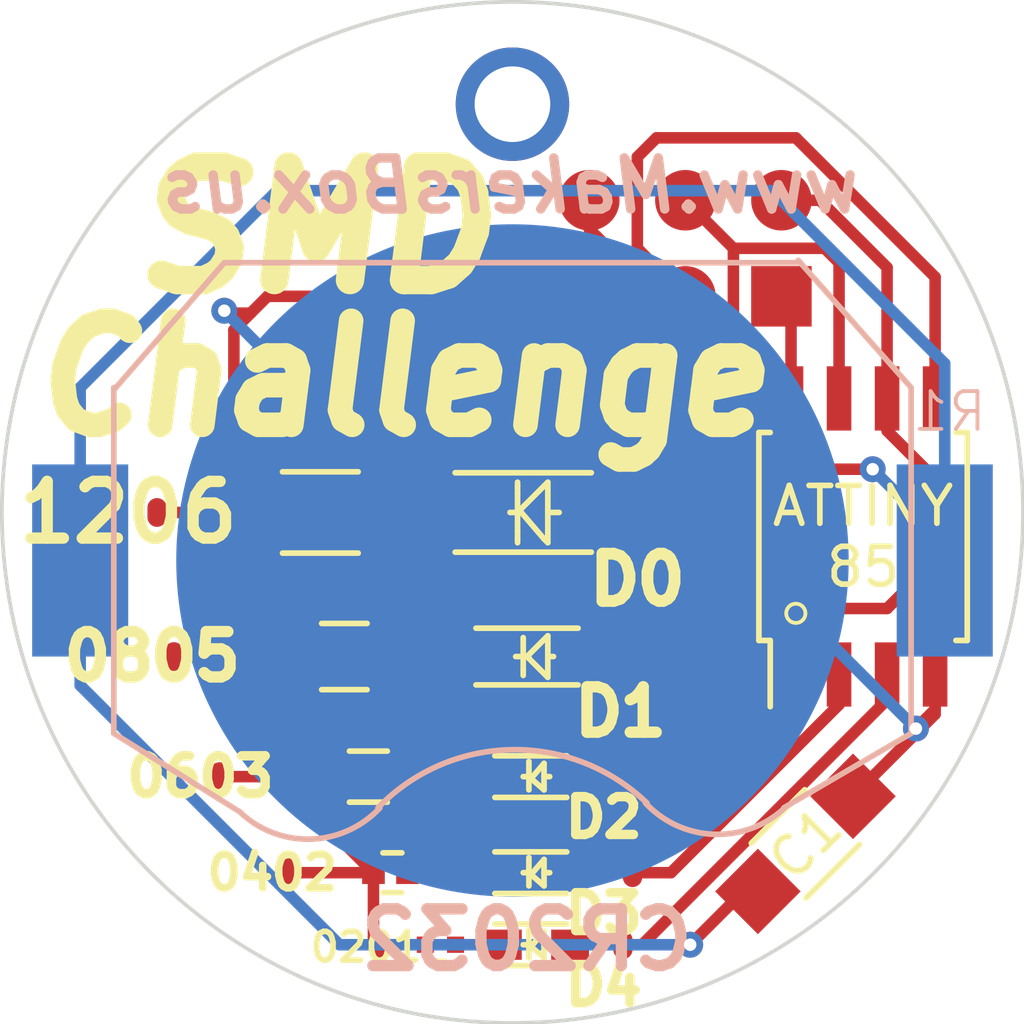
<source format=kicad_pcb>
(kicad_pcb (version 4) (host pcbnew 4.0.4-stable)

  (general
    (links 36)
    (no_connects 0)
    (area 194.094714 78.524714 221.195286 105.625286)
    (thickness 1.6)
    (drawings 18)
    (tracks 115)
    (zones 0)
    (modules 25)
    (nets 14)
  )

  (page USLetter)
  (layers
    (0 F.Cu signal)
    (31 B.Cu signal)
    (34 B.Paste user)
    (35 F.Paste user)
    (36 B.SilkS user hide)
    (37 F.SilkS user hide)
    (38 B.Mask user)
    (39 F.Mask user)
    (40 Dwgs.User user hide)
    (44 Edge.Cuts user)
  )

  (setup
    (last_trace_width 0.3048)
    (user_trace_width 0.254)
    (user_trace_width 0.3048)
    (user_trace_width 0.4064)
    (user_trace_width 0.6096)
    (user_trace_width 2.032)
    (trace_clearance 0.1524)
    (zone_clearance 0.508)
    (zone_45_only no)
    (trace_min 0.1524)
    (segment_width 0.254)
    (edge_width 0.1)
    (via_size 0.6858)
    (via_drill 0.3302)
    (via_min_size 0.6858)
    (via_min_drill 0.3302)
    (user_via 1 0.5)
    (uvia_size 0.762)
    (uvia_drill 0.508)
    (uvias_allowed no)
    (uvia_min_size 0.508)
    (uvia_min_drill 0.127)
    (pcb_text_width 0.3)
    (pcb_text_size 1.5 1.5)
    (mod_edge_width 0.15)
    (mod_text_size 1 1)
    (mod_text_width 0.15)
    (pad_size 3 3)
    (pad_drill 2)
    (pad_to_mask_clearance 0)
    (aux_axis_origin 0 0)
    (grid_origin 210.82 95.25)
    (visible_elements 7FFEFFFF)
    (pcbplotparams
      (layerselection 0x010f0_80000000)
      (usegerberextensions true)
      (excludeedgelayer true)
      (linewidth 0.100000)
      (plotframeref false)
      (viasonmask false)
      (mode 1)
      (useauxorigin false)
      (hpglpennumber 1)
      (hpglpenspeed 20)
      (hpglpendiameter 15)
      (hpglpenoverlay 2)
      (psnegative false)
      (psa4output false)
      (plotreference true)
      (plotvalue true)
      (plotinvisibletext false)
      (padsonsilk false)
      (subtractmaskfromsilk false)
      (outputformat 1)
      (mirror false)
      (drillshape 0)
      (scaleselection 1)
      (outputdirectory gerbers/))
  )

  (net 0 "")
  (net 1 GND)
  (net 2 +BATT)
  (net 3 "Net-(CON1-Pad1)")
  (net 4 "Net-(CON1-Pad3)")
  (net 5 "Net-(CON1-Pad4)")
  (net 6 "Net-(CON1-Pad5)")
  (net 7 "Net-(D1-Pad1)")
  (net 8 "Net-(D2-Pad1)")
  (net 9 "Net-(D3-Pad1)")
  (net 10 "Net-(D0-Pad1)")
  (net 11 "Net-(D3-Pad2)")
  (net 12 "Net-(D4-Pad2)")
  (net 13 "Net-(D4-Pad1)")

  (net_class Default "This is the default net class."
    (clearance 0.1524)
    (trace_width 0.1524)
    (via_dia 0.6858)
    (via_drill 0.3302)
    (uvia_dia 0.762)
    (uvia_drill 0.508)
    (add_net +BATT)
    (add_net GND)
    (add_net "Net-(CON1-Pad1)")
    (add_net "Net-(CON1-Pad3)")
    (add_net "Net-(CON1-Pad4)")
    (add_net "Net-(CON1-Pad5)")
    (add_net "Net-(D0-Pad1)")
    (add_net "Net-(D1-Pad1)")
    (add_net "Net-(D2-Pad1)")
    (add_net "Net-(D3-Pad1)")
    (add_net "Net-(D3-Pad2)")
    (add_net "Net-(D4-Pad1)")
    (add_net "Net-(D4-Pad2)")
  )

  (module footprints:BATT_CR2032_SMD (layer B.Cu) (tedit 56CFB5D2) (tstamp 5A2CB063)
    (at 207.645 93.345 180)
    (tags battery)
    (path /56CFA61E)
    (fp_text reference BT1 (at 0 -5.08 180) (layer B.SilkS) hide
      (effects (font (size 1.72974 1.08712) (thickness 0.27178)) (justify mirror))
    )
    (fp_text value Battery (at 0 2.54 180) (layer B.SilkS) hide
      (effects (font (size 1.524 1.016) (thickness 0.254)) (justify mirror))
    )
    (fp_line (start -7.1755 -6.5405) (end -10.541 -4.572) (layer B.SilkS) (width 0.15))
    (fp_line (start 7.1755 -6.6675) (end 10.541 -4.572) (layer B.SilkS) (width 0.15))
    (fp_arc (start -5.4229 -4.6355) (end -3.5179 -6.4135) (angle -90) (layer B.SilkS) (width 0.15))
    (fp_arc (start 5.4102 -4.7625) (end 7.1882 -6.6675) (angle -90) (layer B.SilkS) (width 0.15))
    (fp_arc (start -0.0635 -10.033) (end -3.556 -6.4135) (angle -90) (layer B.SilkS) (width 0.15))
    (fp_line (start 7.62 7.874) (end 10.541 4.5085) (layer B.SilkS) (width 0.15))
    (fp_line (start -10.541 4.572) (end -7.5565 7.9375) (layer B.SilkS) (width 0.15))
    (fp_line (start -7.62 7.874) (end 7.62 7.874) (layer B.SilkS) (width 0.15))
    (fp_line (start -10.541 -4.572) (end -10.541 4.572) (layer B.SilkS) (width 0.15))
    (fp_line (start 10.541 -4.572) (end 10.541 4.572) (layer B.SilkS) (width 0.15))
    (fp_circle (center 0 0) (end -10.16 0) (layer Dwgs.User) (width 0.15))
    (pad 2 smd circle (at 0 0 180) (size 17.78 17.78) (layers B.Cu B.Paste B.Mask)
      (net 1 GND))
    (pad 1 smd rect (at -11.43 0 180) (size 2.54 5.08) (layers B.Cu B.Paste B.Mask)
      (net 2 +BATT))
    (pad 1 smd rect (at 11.43 0 180) (size 2.54 5.08) (layers B.Cu B.Paste B.Mask)
      (net 2 +BATT))
  )

  (module footprints:C_1206_HandSoldering (layer F.Cu) (tedit 5902BDF4) (tstamp 5A2CB074)
    (at 215.392 100.838 225)
    (descr "Capacitor SMD 1206, hand soldering")
    (tags "capacitor 1206")
    (path /553FDF53)
    (attr smd)
    (fp_text reference C1 (at 0 0 225) (layer F.SilkS)
      (effects (font (size 1 1) (thickness 0.15)))
    )
    (fp_text value "0.1 uF" (at 0 2.3 225) (layer F.Fab)
      (effects (font (size 1 1) (thickness 0.15)))
    )
    (fp_line (start -3.3 -1.15) (end 3.3 -1.15) (layer F.CrtYd) (width 0.05))
    (fp_line (start -3.3 1.15) (end 3.3 1.15) (layer F.CrtYd) (width 0.05))
    (fp_line (start -3.3 -1.15) (end -3.3 1.15) (layer F.CrtYd) (width 0.05))
    (fp_line (start 3.3 -1.15) (end 3.3 1.15) (layer F.CrtYd) (width 0.05))
    (fp_line (start 1 -1.025) (end -1 -1.025) (layer F.SilkS) (width 0.15))
    (fp_line (start -1 1.025) (end 1 1.025) (layer F.SilkS) (width 0.15))
    (pad 1 smd rect (at -1.778 0 225) (size 1.6 1.6) (layers F.Cu F.Paste F.Mask)
      (net 1 GND))
    (pad 2 smd rect (at 1.778 0 225) (size 1.6 1.6) (layers F.Cu F.Paste F.Mask)
      (net 2 +BATT))
    (model Capacitors_SMD.3dshapes/C_1206_HandSoldering.wrl
      (at (xyz 0 0 0))
      (scale (xyz 1 1 1))
      (rotate (xyz 0 0 0))
    )
  )

  (module footprints:AVR-ISP-6 (layer F.Cu) (tedit 5860A6AE) (tstamp 5A2CB07F)
    (at 214.757 83.82 270)
    (descr "6-lead dip package, row spacing 7.62 mm (300 mils)")
    (tags "dil dip 2.54 300")
    (path /58609061)
    (fp_text reference CON1 (at 0 -2.54 270) (layer F.SilkS) hide
      (effects (font (size 1 1) (thickness 0.15)))
    )
    (fp_text value AVR-ISP-6 (at 0 -3.72 270) (layer F.Fab) hide
      (effects (font (size 1 1) (thickness 0.15)))
    )
    (pad 1 smd oval (at 0 0 270) (size 1.6 1.6) (layers F.Cu F.Paste F.Mask)
      (net 3 "Net-(CON1-Pad1)"))
    (pad 2 smd rect (at 2.54 0 270) (size 1.6 1.6) (layers F.Cu F.Paste F.Mask)
      (net 2 +BATT))
    (pad 3 smd oval (at 0 2.54 270) (size 1.6 1.6) (layers F.Cu F.Paste F.Mask)
      (net 4 "Net-(CON1-Pad3)"))
    (pad 4 smd oval (at 2.54 2.54 270) (size 1.6 1.6) (layers F.Cu F.Paste F.Mask)
      (net 5 "Net-(CON1-Pad4)"))
    (pad 5 smd oval (at 0 5.08 270) (size 1.6 1.6) (layers F.Cu F.Paste F.Mask)
      (net 6 "Net-(CON1-Pad5)"))
    (pad 6 smd oval (at 2.54 5.08 270) (size 1.6 1.6) (layers F.Cu F.Paste F.Mask)
      (net 1 GND))
  )

  (module footprints:LED-1206 (layer F.Cu) (tedit 5902C0FC) (tstamp 5A2CB088)
    (at 208.28 92.075)
    (descr "LED 1206 smd package")
    (tags "LED1206 SMD")
    (path /58C49927)
    (attr smd)
    (fp_text reference D0 (at 2.667 1.778) (layer F.SilkS)
      (effects (font (size 1.25 1.25) (thickness 0.3125)))
    )
    (fp_text value LED (at 0 2) (layer F.Fab)
      (effects (font (size 1 1) (thickness 0.15)))
    )
    (fp_line (start -0.5 0.7) (end -0.5 0.8) (layer F.SilkS) (width 0.15))
    (fp_line (start -0.5 -0.7) (end -0.5 -0.8) (layer F.SilkS) (width 0.15))
    (fp_line (start 0.3 0) (end 0.6 0) (layer F.SilkS) (width 0.15))
    (fp_line (start 0.3 0.8) (end 0.3 -0.7) (layer F.SilkS) (width 0.15))
    (fp_line (start 0.3 -0.7) (end 0.3 -0.8) (layer F.SilkS) (width 0.15))
    (fp_line (start 0.2 0.7) (end 0.3 0.8) (layer F.SilkS) (width 0.15))
    (fp_line (start 0.2 -0.7) (end 0.3 -0.8) (layer F.SilkS) (width 0.15))
    (fp_line (start -0.7 0) (end -0.5 0) (layer F.SilkS) (width 0.15))
    (fp_line (start -0.5 0.5) (end -0.5 0.7) (layer F.SilkS) (width 0.15))
    (fp_line (start -0.5 -0.5) (end -0.5 -0.7) (layer F.SilkS) (width 0.15))
    (fp_line (start -0.4 0) (end 0.2 0.7) (layer F.SilkS) (width 0.15))
    (fp_line (start 0.2 -0.7) (end -0.4 -0.1) (layer F.SilkS) (width 0.15))
    (fp_line (start -2.15 1.05) (end 1.45 1.05) (layer F.SilkS) (width 0.15))
    (fp_line (start -2.15 -1.05) (end 1.45 -1.05) (layer F.SilkS) (width 0.15))
    (fp_line (start -0.5 -0.5) (end -0.5 0.5) (layer F.SilkS) (width 0.15))
    (fp_line (start 2.5 -1.25) (end -2.5 -1.25) (layer F.CrtYd) (width 0.05))
    (fp_line (start -2.5 -1.25) (end -2.5 1.25) (layer F.CrtYd) (width 0.05))
    (fp_line (start -2.5 1.25) (end 2.5 1.25) (layer F.CrtYd) (width 0.05))
    (fp_line (start 2.5 1.25) (end 2.5 -1.25) (layer F.CrtYd) (width 0.05))
    (pad 2 smd rect (at 1.524 0 180) (size 1.7 1.80086) (layers F.Cu F.Paste F.Mask)
      (net 5 "Net-(CON1-Pad4)"))
    (pad 1 smd rect (at -1.651 0 180) (size 1.7 1.80086) (layers F.Cu F.Paste F.Mask)
      (net 10 "Net-(D0-Pad1)"))
    (model LEDs.3dshapes/LED_1206.wrl
      (at (xyz 0 0 0))
      (scale (xyz 1 1 1))
      (rotate (xyz 0 0 0))
    )
  )

  (module footprints:LED-0805 (layer F.Cu) (tedit 5902C116) (tstamp 5A2CB0A0)
    (at 208.28 95.885)
    (descr "LED 0805 smd package")
    (tags "LED 0805 SMD")
    (path /58D338E3)
    (attr smd)
    (fp_text reference D1 (at 2.2225 1.4605) (layer F.SilkS)
      (effects (font (size 1.2 1.2) (thickness 0.3)))
    )
    (fp_text value LED (at 0 1.75) (layer F.Fab)
      (effects (font (size 1 1) (thickness 0.15)))
    )
    (fp_line (start 0.3 0) (end 0.45 0) (layer F.SilkS) (width 0.15))
    (fp_line (start -0.55 0) (end -0.2 0) (layer F.SilkS) (width 0.15))
    (fp_line (start -0.25 0) (end 0.3 -0.55) (layer F.SilkS) (width 0.15))
    (fp_line (start 0.3 -0.55) (end 0.3 0.55) (layer F.SilkS) (width 0.15))
    (fp_line (start 0.3 0.55) (end -0.25 0) (layer F.SilkS) (width 0.15))
    (fp_line (start -0.35 -0.35) (end -0.35 -0.5) (layer F.SilkS) (width 0.15))
    (fp_line (start -0.35 0.35) (end -0.35 0.5) (layer F.SilkS) (width 0.15))
    (fp_line (start -1.6 0.75) (end 1.1 0.75) (layer F.SilkS) (width 0.15))
    (fp_line (start -1.6 -0.75) (end 1.1 -0.75) (layer F.SilkS) (width 0.15))
    (fp_line (start -0.35 -0.35) (end -0.35 0.35) (layer F.SilkS) (width 0.15))
    (fp_line (start 1.9 -0.95) (end 1.9 0.95) (layer F.CrtYd) (width 0.05))
    (fp_line (start 1.9 0.95) (end -1.9 0.95) (layer F.CrtYd) (width 0.05))
    (fp_line (start -1.9 0.95) (end -1.9 -0.95) (layer F.CrtYd) (width 0.05))
    (fp_line (start -1.9 -0.95) (end 1.9 -0.95) (layer F.CrtYd) (width 0.05))
    (pad 2 smd rect (at 1.143 0 180) (size 1.3 1.19888) (layers F.Cu F.Paste F.Mask)
      (net 3 "Net-(CON1-Pad1)"))
    (pad 1 smd rect (at -1.27 0 180) (size 1.3 1.19888) (layers F.Cu F.Paste F.Mask)
      (net 7 "Net-(D1-Pad1)"))
    (model LEDs.3dshapes/LED-0805.wrl
      (at (xyz 0 0 0))
      (scale (xyz 1 1 1))
      (rotate (xyz 0 0 0))
    )
    (model LEDs.3dshapes/LED_0805.wrl
      (at (xyz 0 0 0))
      (scale (xyz 1 1 1))
      (rotate (xyz 0 0 0))
    )
  )

  (module footprints:LED-0603 (layer F.Cu) (tedit 5902C124) (tstamp 5A2CB0B3)
    (at 208.28 99.06)
    (descr "LED 0603 smd package")
    (tags "LED led 0603 SMD smd SMT smt smdled SMDLED smtled SMTLED")
    (path /58D33940)
    (attr smd)
    (fp_text reference D2 (at 1.778 1.0795) (layer F.SilkS)
      (effects (font (size 1 1) (thickness 0.25)))
    )
    (fp_text value LED (at 0 1.5) (layer F.Fab)
      (effects (font (size 1 1) (thickness 0.15)))
    )
    (fp_line (start 0.2 0) (end 0.35 0) (layer F.SilkS) (width 0.15))
    (fp_line (start -0.35 0) (end -0.15 0) (layer F.SilkS) (width 0.15))
    (fp_line (start -0.1 0) (end 0.2 -0.35) (layer F.SilkS) (width 0.15))
    (fp_line (start 0.2 -0.35) (end 0.2 0.35) (layer F.SilkS) (width 0.15))
    (fp_line (start 0.2 0.35) (end -0.2 0) (layer F.SilkS) (width 0.15))
    (fp_line (start -0.2 0) (end -0.15 0) (layer F.SilkS) (width 0.15))
    (fp_line (start -0.2 -0.4) (end -0.2 0.35) (layer F.SilkS) (width 0.15))
    (fp_line (start -1.1 0.55) (end 0.8 0.55) (layer F.SilkS) (width 0.15))
    (fp_line (start -1.1 -0.55) (end 0.8 -0.55) (layer F.SilkS) (width 0.15))
    (fp_line (start 1.4 -0.75) (end 1.4 0.75) (layer F.CrtYd) (width 0.05))
    (fp_line (start 1.4 0.75) (end -1.4 0.75) (layer F.CrtYd) (width 0.05))
    (fp_line (start -1.4 0.75) (end -1.4 -0.75) (layer F.CrtYd) (width 0.05))
    (fp_line (start -1.4 -0.75) (end 1.4 -0.75) (layer F.CrtYd) (width 0.05))
    (pad 2 smd rect (at 0.889 0 180) (size 1 0.79756) (layers F.Cu F.Paste F.Mask)
      (net 4 "Net-(CON1-Pad3)"))
    (pad 1 smd rect (at -0.889 0 180) (size 1 0.79756) (layers F.Cu F.Paste F.Mask)
      (net 8 "Net-(D2-Pad1)"))
    (model LEDs.3dshapes/LED_0603.wrl
      (at (xyz 0 0 0))
      (scale (xyz 1 1 1))
      (rotate (xyz 0 0 0))
    )
  )

  (module footprints:LED-0603 (layer F.Cu) (tedit 5902C124) (tstamp 5A2CB0C5)
    (at 208.28 101.6)
    (descr "LED 0603 smd package")
    (tags "LED led 0603 SMD smd SMT smt smdled SMDLED smtled SMTLED")
    (path /58D34030)
    (attr smd)
    (fp_text reference D3 (at 1.778 1.0795) (layer F.SilkS)
      (effects (font (size 1 1) (thickness 0.25)))
    )
    (fp_text value LED (at 0 1.5) (layer F.Fab)
      (effects (font (size 1 1) (thickness 0.15)))
    )
    (fp_line (start 0.2 0) (end 0.35 0) (layer F.SilkS) (width 0.15))
    (fp_line (start -0.35 0) (end -0.15 0) (layer F.SilkS) (width 0.15))
    (fp_line (start -0.1 0) (end 0.2 -0.35) (layer F.SilkS) (width 0.15))
    (fp_line (start 0.2 -0.35) (end 0.2 0.35) (layer F.SilkS) (width 0.15))
    (fp_line (start 0.2 0.35) (end -0.2 0) (layer F.SilkS) (width 0.15))
    (fp_line (start -0.2 0) (end -0.15 0) (layer F.SilkS) (width 0.15))
    (fp_line (start -0.2 -0.4) (end -0.2 0.35) (layer F.SilkS) (width 0.15))
    (fp_line (start -1.1 0.55) (end 0.8 0.55) (layer F.SilkS) (width 0.15))
    (fp_line (start -1.1 -0.55) (end 0.8 -0.55) (layer F.SilkS) (width 0.15))
    (fp_line (start 1.4 -0.75) (end 1.4 0.75) (layer F.CrtYd) (width 0.05))
    (fp_line (start 1.4 0.75) (end -1.4 0.75) (layer F.CrtYd) (width 0.05))
    (fp_line (start -1.4 0.75) (end -1.4 -0.75) (layer F.CrtYd) (width 0.05))
    (fp_line (start -1.4 -0.75) (end 1.4 -0.75) (layer F.CrtYd) (width 0.05))
    (pad 2 smd rect (at 0.889 0 180) (size 1 0.79756) (layers F.Cu F.Paste F.Mask)
      (net 11 "Net-(D3-Pad2)"))
    (pad 1 smd rect (at -0.889 0 180) (size 1 0.79756) (layers F.Cu F.Paste F.Mask)
      (net 9 "Net-(D3-Pad1)"))
    (model LEDs.3dshapes/LED_0603.wrl
      (at (xyz 0 0 0))
      (scale (xyz 1 1 1))
      (rotate (xyz 0 0 0))
    )
  )

  (module footprints:LED-0603 (layer F.Cu) (tedit 5902C124) (tstamp 5A2CB0D7)
    (at 208.28 103.505)
    (descr "LED 0603 smd package")
    (tags "LED led 0603 SMD smd SMT smt smdled SMDLED smtled SMTLED")
    (path /58DDCAFF)
    (attr smd)
    (fp_text reference D4 (at 1.778 1.0795) (layer F.SilkS)
      (effects (font (size 1 1) (thickness 0.25)))
    )
    (fp_text value LED (at 0 1.5) (layer F.Fab)
      (effects (font (size 1 1) (thickness 0.15)))
    )
    (fp_line (start 0.2 0) (end 0.35 0) (layer F.SilkS) (width 0.15))
    (fp_line (start -0.35 0) (end -0.15 0) (layer F.SilkS) (width 0.15))
    (fp_line (start -0.1 0) (end 0.2 -0.35) (layer F.SilkS) (width 0.15))
    (fp_line (start 0.2 -0.35) (end 0.2 0.35) (layer F.SilkS) (width 0.15))
    (fp_line (start 0.2 0.35) (end -0.2 0) (layer F.SilkS) (width 0.15))
    (fp_line (start -0.2 0) (end -0.15 0) (layer F.SilkS) (width 0.15))
    (fp_line (start -0.2 -0.4) (end -0.2 0.35) (layer F.SilkS) (width 0.15))
    (fp_line (start -1.1 0.55) (end 0.8 0.55) (layer F.SilkS) (width 0.15))
    (fp_line (start -1.1 -0.55) (end 0.8 -0.55) (layer F.SilkS) (width 0.15))
    (fp_line (start 1.4 -0.75) (end 1.4 0.75) (layer F.CrtYd) (width 0.05))
    (fp_line (start 1.4 0.75) (end -1.4 0.75) (layer F.CrtYd) (width 0.05))
    (fp_line (start -1.4 0.75) (end -1.4 -0.75) (layer F.CrtYd) (width 0.05))
    (fp_line (start -1.4 -0.75) (end 1.4 -0.75) (layer F.CrtYd) (width 0.05))
    (pad 2 smd rect (at 0.889 0 180) (size 1 0.79756) (layers F.Cu F.Paste F.Mask)
      (net 12 "Net-(D4-Pad2)"))
    (pad 1 smd rect (at -0.889 0 180) (size 1 0.79756) (layers F.Cu F.Paste F.Mask)
      (net 13 "Net-(D4-Pad1)"))
    (model LEDs.3dshapes/LED_0603.wrl
      (at (xyz 0 0 0))
      (scale (xyz 1 1 1))
      (rotate (xyz 0 0 0))
    )
  )

  (module footprints:SOIJ-8_5.3x5.3mm_Pitch1.27mm (layer F.Cu) (tedit 5902B706) (tstamp 5A2CB0E9)
    (at 216.916 92.71 90)
    (descr "8-Lead Plastic Small Outline (SM) - Medium, 5.28 mm Body [SOIC] (see Microchip Packaging Specification 00000049BS.pdf)")
    (tags "SOIC 1.27")
    (path /58C478D3)
    (attr smd)
    (fp_text reference IC1 (at -1.27 2.159 90) (layer F.SilkS) hide
      (effects (font (size 1 1) (thickness 0.15)))
    )
    (fp_text value IC1 (at 0 3.68 90) (layer F.Fab)
      (effects (font (size 1 1) (thickness 0.15)))
    )
    (fp_circle (center -2.032 -1.778) (end -2.286 -1.778) (layer F.SilkS) (width 0.1))
    (fp_line (start -4.75 -2.95) (end -4.75 2.95) (layer F.CrtYd) (width 0.05))
    (fp_line (start 4.75 -2.95) (end 4.75 2.95) (layer F.CrtYd) (width 0.05))
    (fp_line (start -4.75 -2.95) (end 4.75 -2.95) (layer F.CrtYd) (width 0.05))
    (fp_line (start -4.75 2.95) (end 4.75 2.95) (layer F.CrtYd) (width 0.05))
    (fp_line (start -2.75 -2.755) (end -2.75 -2.455) (layer F.SilkS) (width 0.15))
    (fp_line (start 2.75 -2.755) (end 2.75 -2.455) (layer F.SilkS) (width 0.15))
    (fp_line (start 2.75 2.755) (end 2.75 2.455) (layer F.SilkS) (width 0.15))
    (fp_line (start -2.75 2.755) (end -2.75 2.455) (layer F.SilkS) (width 0.15))
    (fp_line (start -2.75 -2.755) (end 2.75 -2.755) (layer F.SilkS) (width 0.15))
    (fp_line (start -2.75 2.755) (end 2.75 2.755) (layer F.SilkS) (width 0.15))
    (fp_line (start -2.75 -2.455) (end -4.5 -2.455) (layer F.SilkS) (width 0.15))
    (pad 1 smd rect (at -3.65 -1.905 90) (size 1.7 0.65) (layers F.Cu F.Paste F.Mask)
      (net 6 "Net-(CON1-Pad5)"))
    (pad 2 smd rect (at -3.65 -0.635 90) (size 1.7 0.65) (layers F.Cu F.Paste F.Mask)
      (net 11 "Net-(D3-Pad2)"))
    (pad 3 smd rect (at -3.65 0.635 90) (size 1.7 0.65) (layers F.Cu F.Paste F.Mask)
      (net 12 "Net-(D4-Pad2)"))
    (pad 4 smd rect (at -3.65 1.905 90) (size 1.7 0.65) (layers F.Cu F.Paste F.Mask)
      (net 1 GND))
    (pad 5 smd rect (at 3.65 1.905 90) (size 1.7 0.65) (layers F.Cu F.Paste F.Mask)
      (net 5 "Net-(CON1-Pad4)"))
    (pad 6 smd rect (at 3.65 0.635 90) (size 1.7 0.65) (layers F.Cu F.Paste F.Mask)
      (net 3 "Net-(CON1-Pad1)"))
    (pad 7 smd rect (at 3.65 -0.635 90) (size 1.7 0.65) (layers F.Cu F.Paste F.Mask)
      (net 4 "Net-(CON1-Pad3)"))
    (pad 8 smd rect (at 3.65 -1.905 90) (size 1.7 0.65) (layers F.Cu F.Paste F.Mask)
      (net 2 +BATT))
    (model Housings_SOIC.3dshapes/SOIJ-8_5.3x5.3mm_Pitch1.27mm.wrl
      (at (xyz 0 0 0))
      (scale (xyz 1 1 1))
      (rotate (xyz 0 0 0))
    )
  )

  (module footprints:testPad (layer F.Cu) (tedit 5902BD57) (tstamp 5A2CB100)
    (at 212.09 92.075)
    (descr "module 1 pin (ou trou mecanique de percage)")
    (tags DEV)
    (path /5902B2A3)
    (fp_text reference P0 (at -0.0635 0) (layer F.SilkS) hide
      (effects (font (size 0.635 0.635) (thickness 0.127)))
    )
    (fp_text value CONN_01X01 (at 0 0) (layer F.Fab)
      (effects (font (size 0.127 0.127) (thickness 0.03175)))
    )
    (pad 1 smd oval (at 0 0) (size 0.508 0.762) (layers F.Cu F.Paste F.Mask)
      (net 5 "Net-(CON1-Pad4)"))
  )

  (module footprints:testPad (layer F.Cu) (tedit 5902BD57) (tstamp 5A2CB104)
    (at 211.582 95.885)
    (descr "module 1 pin (ou trou mecanique de percage)")
    (tags DEV)
    (path /5902B324)
    (fp_text reference P1 (at -0.0635 0) (layer F.SilkS) hide
      (effects (font (size 0.635 0.635) (thickness 0.127)))
    )
    (fp_text value CONN_01X01 (at 0 0) (layer F.Fab)
      (effects (font (size 0.127 0.127) (thickness 0.03175)))
    )
    (pad 1 smd oval (at 0 0) (size 0.508 0.762) (layers F.Cu F.Paste F.Mask)
      (net 3 "Net-(CON1-Pad1)"))
  )

  (module footprints:testPad (layer F.Cu) (tedit 5902BD57) (tstamp 5A2CB108)
    (at 211.201 99.06)
    (descr "module 1 pin (ou trou mecanique de percage)")
    (tags DEV)
    (path /5902B382)
    (fp_text reference P2 (at -0.0635 0) (layer F.SilkS) hide
      (effects (font (size 0.635 0.635) (thickness 0.127)))
    )
    (fp_text value CONN_01X01 (at 0 0) (layer F.Fab)
      (effects (font (size 0.127 0.127) (thickness 0.03175)))
    )
    (pad 1 smd oval (at 0 0) (size 0.508 0.762) (layers F.Cu F.Paste F.Mask)
      (net 4 "Net-(CON1-Pad3)"))
  )

  (module footprints:testPad (layer F.Cu) (tedit 5902BD57) (tstamp 5A2CB10C)
    (at 210.82 101.6)
    (descr "module 1 pin (ou trou mecanique de percage)")
    (tags DEV)
    (path /5902B3ED)
    (fp_text reference P3 (at -0.0635 0) (layer F.SilkS) hide
      (effects (font (size 0.635 0.635) (thickness 0.127)))
    )
    (fp_text value CONN_01X01 (at 0 0) (layer F.Fab)
      (effects (font (size 0.127 0.127) (thickness 0.03175)))
    )
    (pad 1 smd oval (at 0 0) (size 0.508 0.762) (layers F.Cu F.Paste F.Mask)
      (net 11 "Net-(D3-Pad2)"))
  )

  (module footprints:testPad (layer F.Cu) (tedit 5902BD57) (tstamp 5A2CB110)
    (at 210.566 103.505)
    (descr "module 1 pin (ou trou mecanique de percage)")
    (tags DEV)
    (path /5902B44F)
    (fp_text reference P4 (at -0.0635 0) (layer F.SilkS) hide
      (effects (font (size 0.635 0.635) (thickness 0.127)))
    )
    (fp_text value CONN_01X01 (at 0 0) (layer F.Fab)
      (effects (font (size 0.127 0.127) (thickness 0.03175)))
    )
    (pad 1 smd oval (at 0 0) (size 0.508 0.762) (layers F.Cu F.Paste F.Mask)
      (net 12 "Net-(D4-Pad2)"))
  )

  (module footprints:testPad (layer F.Cu) (tedit 5902BD57) (tstamp 5A2CB114)
    (at 198.247 92.075)
    (descr "module 1 pin (ou trou mecanique de percage)")
    (tags DEV)
    (path /5902AF42)
    (fp_text reference PG0 (at -0.0635 0) (layer F.SilkS) hide
      (effects (font (size 0.635 0.635) (thickness 0.127)))
    )
    (fp_text value CONN_01X01 (at 0 0) (layer F.Fab)
      (effects (font (size 0.127 0.127) (thickness 0.03175)))
    )
    (pad 1 smd oval (at 0 0) (size 0.508 0.762) (layers F.Cu F.Paste F.Mask)
      (net 1 GND))
  )

  (module footprints:testPad (layer F.Cu) (tedit 5902BD57) (tstamp 5A2CB118)
    (at 198.6915 95.885)
    (descr "module 1 pin (ou trou mecanique de percage)")
    (tags DEV)
    (path /5902AFA3)
    (fp_text reference PG1 (at -0.0635 0) (layer F.SilkS) hide
      (effects (font (size 0.635 0.635) (thickness 0.127)))
    )
    (fp_text value CONN_01X01 (at 0 0) (layer F.Fab)
      (effects (font (size 0.127 0.127) (thickness 0.03175)))
    )
    (pad 1 smd oval (at 0 0) (size 0.508 0.762) (layers F.Cu F.Paste F.Mask)
      (net 1 GND))
  )

  (module footprints:testPad (layer F.Cu) (tedit 5902BD57) (tstamp 5A2CB11C)
    (at 199.898 99.06)
    (descr "module 1 pin (ou trou mecanique de percage)")
    (tags DEV)
    (path /5902AFF0)
    (fp_text reference PG2 (at -0.0635 0) (layer F.SilkS) hide
      (effects (font (size 0.635 0.635) (thickness 0.127)))
    )
    (fp_text value CONN_01X01 (at 0 0) (layer F.Fab)
      (effects (font (size 0.127 0.127) (thickness 0.03175)))
    )
    (pad 1 smd oval (at 0 0) (size 0.508 0.762) (layers F.Cu F.Paste F.Mask)
      (net 1 GND))
  )

  (module footprints:testPad (layer F.Cu) (tedit 5902BD57) (tstamp 5A2CB120)
    (at 201.7395 101.6)
    (descr "module 1 pin (ou trou mecanique de percage)")
    (tags DEV)
    (path /5902B040)
    (fp_text reference PG3 (at -0.0635 0) (layer F.SilkS) hide
      (effects (font (size 0.635 0.635) (thickness 0.127)))
    )
    (fp_text value CONN_01X01 (at 0 0) (layer F.Fab)
      (effects (font (size 0.127 0.127) (thickness 0.03175)))
    )
    (pad 1 smd oval (at 0 0) (size 0.508 0.762) (layers F.Cu F.Paste F.Mask)
      (net 1 GND))
  )

  (module footprints:testPad (layer F.Cu) (tedit 5902BD57) (tstamp 5A2CB124)
    (at 204.1525 103.505)
    (descr "module 1 pin (ou trou mecanique de percage)")
    (tags DEV)
    (path /5902B093)
    (fp_text reference PG4 (at -0.0635 0) (layer F.SilkS) hide
      (effects (font (size 0.635 0.635) (thickness 0.127)))
    )
    (fp_text value CONN_01X01 (at 0 0) (layer F.Fab)
      (effects (font (size 0.127 0.127) (thickness 0.03175)))
    )
    (pad 1 smd oval (at 0 0) (size 0.508 0.762) (layers F.Cu F.Paste F.Mask)
      (net 1 GND))
  )

  (module footprints:R_1206 (layer F.Cu) (tedit 5902A5E4) (tstamp 5A2CB128)
    (at 202.565 92.075 180)
    (descr "Resistor SMD 1206, reflow soldering, Vishay (see dcrcw.pdf)")
    (tags "resistor 1206")
    (path /56CEB2B5)
    (attr smd)
    (fp_text reference R0 (at 0 0 180) (layer F.SilkS) hide
      (effects (font (size 1.25 1.25) (thickness 0.2)))
    )
    (fp_text value 330 (at 0 2.3 180) (layer F.Fab)
      (effects (font (size 1 1) (thickness 0.15)))
    )
    (fp_line (start -2.2 -1.2) (end 2.2 -1.2) (layer F.CrtYd) (width 0.05))
    (fp_line (start -2.2 1.2) (end 2.2 1.2) (layer F.CrtYd) (width 0.05))
    (fp_line (start -2.2 -1.2) (end -2.2 1.2) (layer F.CrtYd) (width 0.05))
    (fp_line (start 2.2 -1.2) (end 2.2 1.2) (layer F.CrtYd) (width 0.05))
    (fp_line (start 1 1.075) (end -1 1.075) (layer F.SilkS) (width 0.15))
    (fp_line (start -1 -1.075) (end 1 -1.075) (layer F.SilkS) (width 0.15))
    (pad 1 smd rect (at -1.778 0 180) (size 1.1 1.7) (layers F.Cu F.Paste F.Mask)
      (net 10 "Net-(D0-Pad1)"))
    (pad 2 smd rect (at 1.651 0 180) (size 1.1 1.7) (layers F.Cu F.Paste F.Mask)
      (net 1 GND))
    (model Resistors_SMD.3dshapes/R_1206.wrl
      (at (xyz 0 0 0))
      (scale (xyz 1 1 1))
      (rotate (xyz 0 0 0))
    )
  )

  (module footprints:R_0805 (layer F.Cu) (tedit 58DFDC5C) (tstamp 5A2CB133)
    (at 203.2 95.885 180)
    (descr "Resistor SMD 0805, reflow soldering, Vishay (see dcrcw.pdf)")
    (tags "resistor 0805")
    (path /58D3397B)
    (attr smd)
    (fp_text reference R1 (at 0 0 180) (layer F.SilkS) hide
      (effects (font (size 1 1) (thickness 0.15)))
    )
    (fp_text value 330 (at 0 2.1 180) (layer F.Fab)
      (effects (font (size 1 1) (thickness 0.15)))
    )
    (fp_line (start -1.6 -1) (end 1.6 -1) (layer F.CrtYd) (width 0.05))
    (fp_line (start -1.6 1) (end 1.6 1) (layer F.CrtYd) (width 0.05))
    (fp_line (start -1.6 -1) (end -1.6 1) (layer F.CrtYd) (width 0.05))
    (fp_line (start 1.6 -1) (end 1.6 1) (layer F.CrtYd) (width 0.05))
    (fp_line (start 0.6 0.875) (end -0.6 0.875) (layer F.SilkS) (width 0.15))
    (fp_line (start -0.6 -0.875) (end 0.6 -0.875) (layer F.SilkS) (width 0.15))
    (pad 1 smd rect (at -1.143 0 180) (size 0.9 1.3) (layers F.Cu F.Paste F.Mask)
      (net 7 "Net-(D1-Pad1)"))
    (pad 2 smd rect (at 1.143 0 180) (size 0.9 1.3) (layers F.Cu F.Paste F.Mask)
      (net 1 GND))
    (model Resistors_SMD.3dshapes/R_0805.wrl
      (at (xyz 0 0 0))
      (scale (xyz 1 1 1))
      (rotate (xyz 0 0 0))
    )
  )

  (module footprints:R_0603 (layer F.Cu) (tedit 5902A5F6) (tstamp 5A2CB13E)
    (at 203.835 99.06 180)
    (descr "Resistor SMD 0603, reflow soldering, Vishay (see dcrcw.pdf)")
    (tags "resistor 0603")
    (path /58D339BB)
    (attr smd)
    (fp_text reference R2 (at 0 0 180) (layer F.SilkS) hide
      (effects (font (size 1 1) (thickness 0.15)))
    )
    (fp_text value 330 (at 0 1.9 180) (layer F.Fab)
      (effects (font (size 1 1) (thickness 0.15)))
    )
    (fp_line (start -1.3 -0.8) (end 1.3 -0.8) (layer F.CrtYd) (width 0.05))
    (fp_line (start -1.3 0.8) (end 1.3 0.8) (layer F.CrtYd) (width 0.05))
    (fp_line (start -1.3 -0.8) (end -1.3 0.8) (layer F.CrtYd) (width 0.05))
    (fp_line (start 1.3 -0.8) (end 1.3 0.8) (layer F.CrtYd) (width 0.05))
    (fp_line (start 0.5 0.675) (end -0.5 0.675) (layer F.SilkS) (width 0.15))
    (fp_line (start -0.5 -0.675) (end 0.5 -0.675) (layer F.SilkS) (width 0.15))
    (pad 1 smd rect (at -0.889 0 180) (size 0.7 0.9) (layers F.Cu F.Paste F.Mask)
      (net 8 "Net-(D2-Pad1)"))
    (pad 2 smd rect (at 1.016 0 180) (size 0.7 0.9) (layers F.Cu F.Paste F.Mask)
      (net 1 GND))
    (model Resistors_SMD.3dshapes/R_0603.wrl
      (at (xyz 0 0 0))
      (scale (xyz 1 1 1))
      (rotate (xyz 0 0 0))
    )
  )

  (module footprints:R_0402 (layer F.Cu) (tedit 58DFDC4A) (tstamp 5A2CB149)
    (at 204.47 101.6 180)
    (descr "Resistor SMD 0402, reflow soldering, Vishay (see dcrcw.pdf)")
    (tags "resistor 0402")
    (path /58D3406E)
    (attr smd)
    (fp_text reference R3 (at 0 0 180) (layer Dwgs.User) hide
      (effects (font (size 1 1) (thickness 0.15)))
    )
    (fp_text value 330 (at 0 1.8 180) (layer F.Fab)
      (effects (font (size 1 1) (thickness 0.15)))
    )
    (fp_line (start -0.95 -0.65) (end 0.95 -0.65) (layer F.CrtYd) (width 0.05))
    (fp_line (start -0.95 0.65) (end 0.95 0.65) (layer F.CrtYd) (width 0.05))
    (fp_line (start -0.95 -0.65) (end -0.95 0.65) (layer F.CrtYd) (width 0.05))
    (fp_line (start 0.95 -0.65) (end 0.95 0.65) (layer F.CrtYd) (width 0.05))
    (fp_line (start 0.25 -0.525) (end -0.25 -0.525) (layer F.SilkS) (width 0.15))
    (fp_line (start -0.25 0.525) (end 0.25 0.525) (layer F.SilkS) (width 0.15))
    (pad 1 smd rect (at -0.4 0 180) (size 0.6 0.6) (layers F.Cu F.Paste F.Mask)
      (net 9 "Net-(D3-Pad1)"))
    (pad 2 smd rect (at 0.5 0 180) (size 0.6 0.6) (layers F.Cu F.Paste F.Mask)
      (net 1 GND))
    (model Resistors_SMD.3dshapes/R_0402.wrl
      (at (xyz 0 0 0))
      (scale (xyz 1 1 1))
      (rotate (xyz 0 0 0))
    )
  )

  (module footprints:R_0201 (layer F.Cu) (tedit 5A2C7C82) (tstamp 5A2CB154)
    (at 205.74 103.505 180)
    (descr "Resistor SMD 0201, reflow soldering, Vishay (see crcw0201e3.pdf)")
    (tags "resistor 0201")
    (path /58DDCB43)
    (attr smd)
    (fp_text reference R4 (at 1.397 0.762 180) (layer F.SilkS) hide
      (effects (font (size 0.762 0.762) (thickness 0.15)))
    )
    (fp_text value 330 (at 0 1.7 180) (layer F.Fab)
      (effects (font (size 1 1) (thickness 0.15)))
    )
    (fp_line (start 0.35 -0.175) (end 0.35 0.175) (layer F.CrtYd) (width 0.05))
    (fp_line (start -0.325 -0.25) (end 0.325 -0.25) (layer F.CrtYd) (width 0.05))
    (fp_line (start -0.325 0.25) (end 0.325 0.25) (layer F.CrtYd) (width 0.05))
    (fp_line (start -0.35 -0.175) (end -0.35 0.175) (layer F.CrtYd) (width 0.05))
    (fp_line (start 0.115 -0.44) (end -0.115 -0.44) (layer F.SilkS) (width 0.15))
    (fp_line (start -0.115 0.44) (end 0.115 0.44) (layer F.SilkS) (width 0.15))
    (pad 1 smd rect (at -0.4 0 180) (size 0.45 0.43) (layers F.Cu F.Paste F.Mask)
      (net 13 "Net-(D4-Pad1)"))
    (pad 2 smd rect (at 0.4 0 180) (size 0.45 0.43) (layers F.Cu F.Paste F.Mask)
      (net 1 GND))
    (model Resistors_SMD.3dshapes/R_0201.wrl
      (at (xyz 0 0 0))
      (scale (xyz 1 1 1))
      (rotate (xyz 0 0 0))
    )
  )

  (module footprints:Pin_Header_Straight_1x01 (layer F.Cu) (tedit 5A2CB1FD) (tstamp 5A2CB193)
    (at 207.645 81.28)
    (descr "Through hole pin header")
    (tags "pin header")
    (path /5860AE9A)
    (fp_text reference P5 (at -0.6 -0.5) (layer F.SilkS) hide
      (effects (font (size 0.127 0.127) (thickness 0.03175)))
    )
    (fp_text value CONN_01X01 (at 0 0.9) (layer F.Fab)
      (effects (font (size 0.127 0.127) (thickness 0.03175)))
    )
    (pad 1 thru_hole circle (at 0 0) (size 3 3) (drill 2) (layers *.Cu *.Mask))
  )

  (gr_text R1 (at 219.202 89.408) (layer B.SilkS)
    (effects (font (size 1 1) (thickness 0.1)) (justify mirror))
  )
  (gr_text www.MakersBox.us (at 207.645 83.439) (layer B.SilkS)
    (effects (font (size 1.35 1.35) (thickness 0.25) italic) (justify mirror))
  )
  (gr_line (start 208.026 106.68) (end 208.026 87.376) (angle 90) (layer Dwgs.User) (width 0.254))
  (gr_text 0201 (at 203.7715 103.5685) (layer F.SilkS)
    (effects (font (size 0.762 0.762) (thickness 0.15)))
  )
  (gr_text Challenge (at 204.724 88.519) (layer F.SilkS)
    (effects (font (size 2.75 2.6) (thickness 0.65) italic))
  )
  (gr_text SMD (at 202.438 84.582) (layer F.SilkS)
    (effects (font (size 3 3) (thickness 0.75) italic))
  )
  (gr_text CR2032 (at 208.026 103.378) (layer B.SilkS)
    (effects (font (size 1.5 1.5) (thickness 0.3)) (justify mirror))
  )
  (gr_text 0402 (at 201.295 101.6) (layer F.SilkS)
    (effects (font (size 0.889 0.889) (thickness 0.2)))
  )
  (gr_text 0603 (at 199.39 99.06) (layer F.SilkS)
    (effects (font (size 1 1) (thickness 0.25)))
  )
  (gr_text 0805 (at 198.12 95.885) (layer F.SilkS)
    (effects (font (size 1.2 1.2) (thickness 0.3)))
  )
  (gr_text 1206 (at 197.485 92.075) (layer F.SilkS)
    (effects (font (size 1.5 1.5) (thickness 0.3)))
  )
  (gr_line (start 207.645 92.71) (end 207.645 78.105) (angle 90) (layer Dwgs.User) (width 0.254))
  (gr_line (start 222.885 92.71) (end 207.645 92.71) (angle 90) (layer Dwgs.User) (width 0.254))
  (gr_line (start 207.645 92.71) (end 222.885 92.71) (angle 90) (layer Dwgs.User) (width 0.254))
  (gr_circle (center 207.645 93.345) (end 202.565 85.725) (layer Dwgs.User) (width 0.254))
  (gr_circle (center 207.645 92.075) (end 197.485 83.185) (layer Edge.Cuts) (width 0.1))
  (gr_text "ATTINY\n85" (at 216.916 92.71) (layer F.SilkS)
    (effects (font (size 1 1) (thickness 0.15)))
  )
  (gr_line (start 202.32 86.75) (end 219.82 104.25) (angle 90) (layer Dwgs.User) (width 0.1))

  (segment (start 204.1525 103.505) (end 205.34 103.505) (width 0.3048) (layer F.Cu) (net 1))
  (segment (start 203.97 101.6) (end 203.97 103.3225) (width 0.3048) (layer F.Cu) (net 1))
  (segment (start 203.97 103.3225) (end 204.1525 103.505) (width 0.3048) (layer F.Cu) (net 1) (tstamp 5A2C82E9))
  (segment (start 200.7235 86.8045) (end 200.0885 86.8045) (width 0.3048) (layer F.Cu) (net 1))
  (segment (start 200.025 86.741) (end 206.629 93.345) (width 0.3048) (layer B.Cu) (net 1) (tstamp 5902B345) (status 20))
  (via (at 200.025 86.741) (size 0.6858) (drill 0.3302) (layers F.Cu B.Cu) (net 1))
  (segment (start 200.0885 86.8045) (end 200.025 86.741) (width 0.3048) (layer F.Cu) (net 1) (tstamp 5902B343))
  (segment (start 206.629 93.345) (end 207.645 93.345) (width 0.3048) (layer B.Cu) (net 1) (tstamp 5902B346) (status 30))
  (segment (start 218.821 96.36) (end 218.821 97.282) (width 0.3048) (layer F.Cu) (net 1))
  (segment (start 218.313 97.79) (end 213.868 93.345) (width 0.3048) (layer B.Cu) (net 1) (tstamp 5902B321) (status 20))
  (via (at 218.313 97.79) (size 0.6858) (drill 0.3302) (layers F.Cu B.Cu) (net 1))
  (segment (start 218.821 97.282) (end 218.313 97.79) (width 0.3048) (layer F.Cu) (net 1) (tstamp 5902B31C))
  (segment (start 213.868 93.345) (end 207.645 93.345) (width 0.3048) (layer B.Cu) (net 1) (tstamp 5902B322) (status 30))
  (segment (start 216.425214 99.804786) (end 218.821 97.409) (width 0.3048) (layer F.Cu) (net 1) (tstamp 5902B195))
  (segment (start 218.821 97.409) (end 218.821 96.36) (width 0.3048) (layer F.Cu) (net 1) (tstamp 5902B196))
  (segment (start 202.819 99.06) (end 202.819 100.449) (width 0.3048) (layer F.Cu) (net 1))
  (segment (start 202.819 100.449) (end 203.97 101.6) (width 0.3048) (layer F.Cu) (net 1) (tstamp 5902AE4D))
  (segment (start 202.057 95.885) (end 202.057 98.298) (width 0.3048) (layer F.Cu) (net 1))
  (segment (start 202.057 98.298) (end 202.819 99.06) (width 0.3048) (layer F.Cu) (net 1) (tstamp 5902AE48))
  (segment (start 200.914 92.075) (end 200.914 94.742) (width 0.3048) (layer F.Cu) (net 1))
  (segment (start 200.914 94.742) (end 202.057 95.885) (width 0.3048) (layer F.Cu) (net 1) (tstamp 5902AE45))
  (segment (start 209.677 86.36) (end 201.168 86.36) (width 0.3048) (layer F.Cu) (net 1))
  (segment (start 200.279 91.44) (end 200.914 92.075) (width 0.3048) (layer F.Cu) (net 1) (tstamp 5902AE40))
  (segment (start 200.279 87.249) (end 200.279 91.44) (width 0.3048) (layer F.Cu) (net 1) (tstamp 5902AE3F))
  (segment (start 201.168 86.36) (end 200.7235 86.8045) (width 0.3048) (layer F.Cu) (net 1) (tstamp 5902AE3A))
  (segment (start 200.7235 86.8045) (end 200.279 87.249) (width 0.3048) (layer F.Cu) (net 1) (tstamp 5902B341))
  (segment (start 201.7395 101.6) (end 203.97 101.6) (width 0.3048) (layer F.Cu) (net 1) (status 10))
  (segment (start 199.898 99.06) (end 202.819 99.06) (width 0.3048) (layer F.Cu) (net 1))
  (segment (start 198.8185 95.885) (end 202.057 95.885) (width 0.3048) (layer F.Cu) (net 1) (status 10))
  (segment (start 200.914 92.075) (end 198.247 92.075) (width 0.3048) (layer F.Cu) (net 1))
  (segment (start 202.184 102.616) (end 203.073 103.505) (width 0.3048) (layer B.Cu) (net 2))
  (segment (start 202.184 102.616) (end 196.215 96.647) (width 0.3048) (layer B.Cu) (net 2) (tstamp 5902BEAE))
  (segment (start 196.215 93.345) (end 196.215 96.647) (width 0.3048) (layer B.Cu) (net 2) (tstamp 5902BEAF) (status 10))
  (segment (start 212.344 103.505) (end 213.753764 102.095236) (width 0.3048) (layer F.Cu) (net 2) (tstamp 5902BF0B))
  (via (at 212.344 103.505) (size 0.6858) (drill 0.3302) (layers F.Cu B.Cu) (net 2))
  (segment (start 203.073 103.505) (end 212.344 103.505) (width 0.3048) (layer B.Cu) (net 2) (tstamp 5902BEFE))
  (segment (start 213.753764 102.095236) (end 214.134764 102.095236) (width 0.3048) (layer F.Cu) (net 2) (tstamp 5902BF0C))
  (segment (start 215.011 89.06) (end 215.011 90.043) (width 0.3048) (layer F.Cu) (net 2))
  (segment (start 217.17 90.932) (end 219.075 92.837) (width 0.3048) (layer B.Cu) (net 2) (tstamp 5902B60E) (status 20))
  (via (at 217.17 90.932) (size 0.6858) (drill 0.3302) (layers F.Cu B.Cu) (net 2))
  (segment (start 215.9 90.932) (end 217.17 90.932) (width 0.3048) (layer F.Cu) (net 2) (tstamp 5902B609))
  (segment (start 215.011 90.043) (end 215.9 90.932) (width 0.3048) (layer F.Cu) (net 2) (tstamp 5902B606))
  (segment (start 219.075 92.837) (end 219.075 93.345) (width 0.3048) (layer B.Cu) (net 2) (tstamp 5902B60F) (status 30))
  (segment (start 219.075 93.345) (end 219.075 88.138) (width 0.3048) (layer B.Cu) (net 2) (status 10))
  (segment (start 219.075 88.138) (end 214.503 83.566) (width 0.3048) (layer B.Cu) (net 2) (tstamp 5902B4EE))
  (segment (start 214.503 83.566) (end 201.422 83.566) (width 0.3048) (layer B.Cu) (net 2) (tstamp 5902B4F2))
  (segment (start 201.422 83.566) (end 196.215 88.773) (width 0.3048) (layer B.Cu) (net 2) (tstamp 5902B4F6))
  (segment (start 196.215 88.773) (end 196.215 93.345) (width 0.3048) (layer B.Cu) (net 2) (tstamp 5902B4F8) (status 20))
  (segment (start 213.977786 102.252214) (end 213.850786 102.252214) (width 0.3048) (layer F.Cu) (net 2))
  (segment (start 215.011 89.06) (end 215.011 86.614) (width 0.3048) (layer F.Cu) (net 2))
  (segment (start 215.011 86.614) (end 214.757 86.36) (width 0.3048) (layer F.Cu) (net 2) (tstamp 5902ADF0))
  (segment (start 217.551 89.06) (end 217.551 89.916) (width 0.3048) (layer F.Cu) (net 3))
  (segment (start 212.852 94.615) (end 215.519 94.615) (width 0.3048) (layer F.Cu) (net 3) (tstamp 5902B130))
  (segment (start 212.852 94.615) (end 211.709 95.885) (width 0.3048) (layer F.Cu) (net 3) (tstamp 5902B12D) (status 20))
  (segment (start 217.551 94.615) (end 215.519 94.615) (width 0.3048) (layer F.Cu) (net 3) (tstamp 5902B600))
  (segment (start 218.567 93.599) (end 217.551 94.615) (width 0.3048) (layer F.Cu) (net 3) (tstamp 5902B5FF))
  (segment (start 218.567 90.932) (end 218.567 93.599) (width 0.3048) (layer F.Cu) (net 3) (tstamp 5902B5FD))
  (segment (start 217.551 89.916) (end 218.567 90.932) (width 0.3048) (layer F.Cu) (net 3) (tstamp 5902B5FA))
  (segment (start 211.582 95.885) (end 211.709 95.885) (width 0.3048) (layer F.Cu) (net 3) (status 30))
  (segment (start 217.551 89.06) (end 217.551 85.598) (width 0.3048) (layer F.Cu) (net 3))
  (segment (start 215.773 83.82) (end 214.757 83.82) (width 0.3048) (layer F.Cu) (net 3) (tstamp 5902ADF7))
  (segment (start 217.551 85.598) (end 215.773 83.82) (width 0.3048) (layer F.Cu) (net 3) (tstamp 5902ADF4))
  (segment (start 209.423 95.885) (end 211.582 95.885) (width 0.3048) (layer F.Cu) (net 3) (status 20))
  (segment (start 212.217 83.82) (end 213.487 85.09) (width 0.3048) (layer F.Cu) (net 4))
  (segment (start 213.487 85.09) (end 213.487 92.837) (width 0.3048) (layer F.Cu) (net 4) (tstamp 5902B575))
  (segment (start 208.28 94.742) (end 209.169 93.853) (width 0.3048) (layer F.Cu) (net 4) (tstamp 5902B121))
  (segment (start 208.28 97.409) (end 208.28 94.742) (width 0.3048) (layer F.Cu) (net 4) (tstamp 5902B120))
  (segment (start 209.169 98.298) (end 208.28 97.409) (width 0.3048) (layer F.Cu) (net 4) (tstamp 5902B11D))
  (segment (start 209.169 99.06) (end 209.169 98.298) (width 0.3048) (layer F.Cu) (net 4))
  (segment (start 209.296 93.726) (end 209.169 93.853) (width 0.3048) (layer F.Cu) (net 4) (tstamp 5902B57C))
  (segment (start 212.598 93.726) (end 209.296 93.726) (width 0.3048) (layer F.Cu) (net 4) (tstamp 5902B57A))
  (segment (start 213.487 92.837) (end 212.598 93.726) (width 0.3048) (layer F.Cu) (net 4) (tstamp 5902B577))
  (segment (start 216.281 89.06) (end 216.281 85.471) (width 0.3048) (layer F.Cu) (net 4))
  (segment (start 215.9 85.09) (end 213.487 85.09) (width 0.3048) (layer F.Cu) (net 4) (tstamp 5902ADFF))
  (segment (start 216.281 85.471) (end 215.9 85.09) (width 0.3048) (layer F.Cu) (net 4) (tstamp 5902ADFC))
  (segment (start 209.169 99.06) (end 211.201 99.06) (width 0.3048) (layer F.Cu) (net 4))
  (segment (start 212.09 92.075) (end 212.09 86.487) (width 0.3048) (layer F.Cu) (net 5))
  (segment (start 212.09 86.487) (end 212.217 86.36) (width 0.3048) (layer F.Cu) (net 5) (tstamp 5902B10E))
  (segment (start 218.821 89.06) (end 218.821 85.852) (width 0.3048) (layer F.Cu) (net 5))
  (segment (start 210.947 85.09) (end 212.217 86.36) (width 0.3048) (layer F.Cu) (net 5) (tstamp 5902AE1D))
  (segment (start 210.947 82.677) (end 210.947 85.09) (width 0.3048) (layer F.Cu) (net 5) (tstamp 5902AE18))
  (segment (start 211.455 82.169) (end 210.947 82.677) (width 0.3048) (layer F.Cu) (net 5) (tstamp 5902AE16))
  (segment (start 215.138 82.169) (end 211.455 82.169) (width 0.3048) (layer F.Cu) (net 5) (tstamp 5902AE14))
  (segment (start 218.821 85.852) (end 215.138 82.169) (width 0.3048) (layer F.Cu) (net 5) (tstamp 5902AE0D))
  (segment (start 209.804 92.075) (end 212.09 92.075) (width 0.3048) (layer F.Cu) (net 5))
  (segment (start 215.011 96.36) (end 215.011 97.028) (width 0.3048) (layer F.Cu) (net 6))
  (segment (start 215.011 97.028) (end 211.582 100.457) (width 0.3048) (layer F.Cu) (net 6) (tstamp 5902B142))
  (segment (start 211.582 100.457) (end 204.343 100.457) (width 0.3048) (layer F.Cu) (net 6) (tstamp 5902B144))
  (segment (start 204.343 100.457) (end 203.835 99.949) (width 0.3048) (layer F.Cu) (net 6) (tstamp 5902B14B))
  (segment (start 203.835 99.949) (end 203.835 97.663) (width 0.3048) (layer F.Cu) (net 6) (tstamp 5902B14C))
  (segment (start 203.835 97.663) (end 203.073 96.901) (width 0.3048) (layer F.Cu) (net 6) (tstamp 5902B14F))
  (segment (start 203.073 96.901) (end 203.073 94.742) (width 0.3048) (layer F.Cu) (net 6) (tstamp 5902B151))
  (segment (start 203.073 94.742) (end 203.581 94.234) (width 0.3048) (layer F.Cu) (net 6) (tstamp 5902B154))
  (segment (start 203.581 94.234) (end 207.518 94.234) (width 0.3048) (layer F.Cu) (net 6) (tstamp 5902B159))
  (segment (start 207.518 94.234) (end 208.28 93.472) (width 0.3048) (layer F.Cu) (net 6) (tstamp 5902B15A))
  (segment (start 208.28 93.472) (end 208.28 91.059) (width 0.3048) (layer F.Cu) (net 6) (tstamp 5902B15B))
  (segment (start 208.28 91.059) (end 209.55 89.789) (width 0.3048) (layer F.Cu) (net 6) (tstamp 5902B15E))
  (segment (start 209.55 89.789) (end 209.55 88.392) (width 0.3048) (layer F.Cu) (net 6) (tstamp 5902B160))
  (segment (start 209.55 88.392) (end 210.947 86.995) (width 0.3048) (layer F.Cu) (net 6) (tstamp 5902B162))
  (segment (start 210.947 86.995) (end 210.947 85.852) (width 0.3048) (layer F.Cu) (net 6) (tstamp 5902B164))
  (segment (start 210.947 85.852) (end 209.677 84.582) (width 0.3048) (layer F.Cu) (net 6) (tstamp 5902B165))
  (segment (start 209.677 84.582) (end 209.677 83.82) (width 0.3048) (layer F.Cu) (net 6) (tstamp 5902B166))
  (segment (start 204.343 95.885) (end 207.01 95.885) (width 0.3048) (layer F.Cu) (net 7))
  (segment (start 204.724 99.06) (end 207.391 99.06) (width 0.3048) (layer F.Cu) (net 8))
  (segment (start 204.87 101.6) (end 207.68 101.6) (width 0.3048) (layer F.Cu) (net 9))
  (segment (start 206.629 92.075) (end 204.343 92.075) (width 0.3048) (layer F.Cu) (net 10))
  (segment (start 210.82 101.6) (end 211.836 101.6) (width 0.3048) (layer F.Cu) (net 11) (status 10))
  (segment (start 211.836 101.6) (end 216.281 97.155) (width 0.3048) (layer F.Cu) (net 11) (tstamp 5902B1F2))
  (segment (start 216.281 97.155) (end 216.281 96.36) (width 0.3048) (layer F.Cu) (net 11) (tstamp 5902B1F4))
  (segment (start 208.78 101.6) (end 210.82 101.6) (width 0.3048) (layer F.Cu) (net 11) (status 20))
  (segment (start 209.169 103.505) (end 210.566 103.505) (width 0.3048) (layer F.Cu) (net 12))
  (segment (start 210.693 103.505) (end 211.074 103.505) (width 0.3048) (layer F.Cu) (net 12) (status 10))
  (segment (start 211.074 103.505) (end 217.551 97.028) (width 0.3048) (layer F.Cu) (net 12) (tstamp 5902B1EA))
  (segment (start 217.551 97.028) (end 217.551 96.36) (width 0.3048) (layer F.Cu) (net 12) (tstamp 5902B1EE))
  (segment (start 206.14 103.505) (end 207.391 103.505) (width 0.3048) (layer F.Cu) (net 13))

)

</source>
